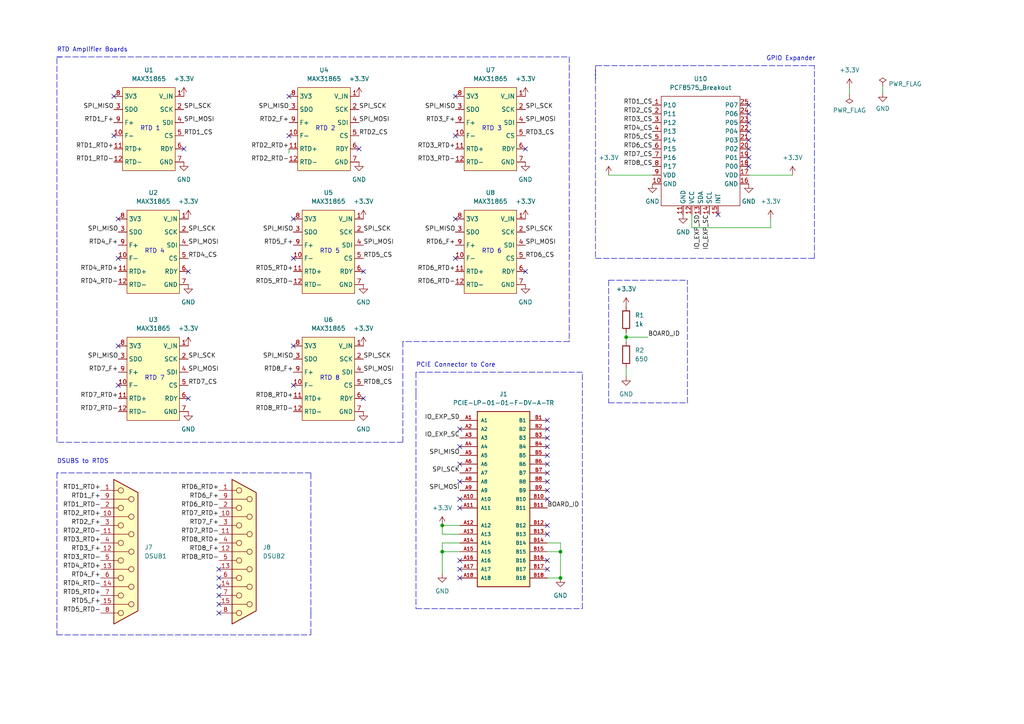
<source format=kicad_sch>
(kicad_sch (version 20211123) (generator eeschema)
  (paper "A4")
  (lib_symbols
    (symbol "+3.3V_1" (power) (pin_names (offset 0))
      (property "Value" "+3.3V_1" (at 0 3.556 0))
      (symbol "+3.3V_1_0_1"
        (polyline (pts (xy -0.762 1.27) (xy 0 2.54)))
        (polyline (pts (xy 0 0) (xy 0 2.54)))
        (polyline (pts (xy 0 2.54) (xy 0.762 1.27)))
      )
      (symbol "+3.3V_1_1_1"
        (pin power_in line (at 0 0 90) (length 0) hide (name "+3.3V") (number "1"))
      )
    )
    (symbol "+3.3V_2" (power) (pin_names (offset 0))
      (property "Value" "+3.3V_2" (at 0 3.556 0))
      (symbol "+3.3V_2_0_1"
        (polyline (pts (xy -0.762 1.27) (xy 0 2.54)))
        (polyline (pts (xy 0 0) (xy 0 2.54)))
        (polyline (pts (xy 0 2.54) (xy 0.762 1.27)))
      )
      (symbol "+3.3V_2_1_1"
        (pin power_in line (at 0 0 90) (length 0) hide (name "+3.3V") (number "1"))
      )
    )
    (symbol "Connector:DB15_Female" (pin_names (offset 1.016) hide)
      (property "Reference" "J" (at 0.508 21.59 0))
      (property "Value" "DB15_Female" (at 0 -22.225 0))
      (symbol "DB15_Female_0_1"
        (circle (center -1.778 -17.78) (radius 0.762))
        (circle (center -1.778 -12.7) (radius 0.762))
        (circle (center -1.778 -7.62) (radius 0.762))
        (circle (center -1.778 -2.54) (radius 0.762))
        (circle (center -1.778 2.54) (radius 0.762))
        (circle (center -1.778 7.62) (radius 0.762))
        (circle (center -1.778 12.7) (radius 0.762))
        (circle (center -1.778 17.78) (radius 0.762))
        (polyline (pts (xy -3.81 -17.78) (xy -2.54 -17.78)))
        (polyline (pts (xy -3.81 -15.24) (xy 0.508 -15.24)))
        (polyline (pts (xy -3.81 -12.7) (xy -2.54 -12.7)))
        (polyline (pts (xy -3.81 -10.16) (xy 0.508 -10.16)))
        (polyline (pts (xy -3.81 -7.62) (xy -2.54 -7.62)))
        (polyline (pts (xy -3.81 -5.08) (xy 0.508 -5.08)))
        (polyline (pts (xy -3.81 -2.54) (xy -2.54 -2.54)))
        (polyline (pts (xy -3.81 0) (xy 0.508 0)))
        (polyline (pts (xy -3.81 2.54) (xy -2.54 2.54)))
        (polyline (pts (xy -3.81 5.08) (xy 0.508 5.08)))
        (polyline (pts (xy -3.81 7.62) (xy -2.54 7.62)))
        (polyline (pts (xy -3.81 10.16) (xy 0.508 10.16)))
        (polyline (pts (xy -3.81 12.7) (xy -2.54 12.7)))
        (polyline (pts (xy -3.81 15.24) (xy 0.508 15.24)))
        (polyline (pts (xy -3.81 17.78) (xy -2.54 17.78)))
        (polyline (pts (xy -3.81 20.955) (xy 3.175 17.145) (xy 3.175 -17.145) (xy -3.81 -20.955) (xy -3.81 20.955)) (stroke (width 0.254)) (fill (type background)))
        (circle (center 1.27 -15.24) (radius 0.762))
        (circle (center 1.27 -10.16) (radius 0.762))
        (circle (center 1.27 -5.08) (radius 0.762))
        (circle (center 1.27 0) (radius 0.762))
        (circle (center 1.27 5.08) (radius 0.762))
        (circle (center 1.27 10.16) (radius 0.762))
        (circle (center 1.27 15.24) (radius 0.762))
      )
      (symbol "DB15_Female_1_1"
        (pin passive line (at -7.62 17.78 0) (length 3.81) (name "1") (number "1"))
        (pin passive line (at -7.62 10.16 0) (length 3.81) (name "P10") (number "10"))
        (pin passive line (at -7.62 5.08 0) (length 3.81) (name "P111") (number "11"))
        (pin passive line (at -7.62 0 0) (length 3.81) (name "P12") (number "12"))
        (pin passive line (at -7.62 -5.08 0) (length 3.81) (name "P13") (number "13"))
        (pin passive line (at -7.62 -10.16 0) (length 3.81) (name "P14") (number "14"))
        (pin passive line (at -7.62 -15.24 0) (length 3.81) (name "P15") (number "15"))
        (pin passive line (at -7.62 12.7 0) (length 3.81) (name "2") (number "2"))
        (pin passive line (at -7.62 7.62 0) (length 3.81) (name "3") (number "3"))
        (pin passive line (at -7.62 2.54 0) (length 3.81) (name "4") (number "4"))
        (pin passive line (at -7.62 -2.54 0) (length 3.81) (name "5") (number "5"))
        (pin passive line (at -7.62 -7.62 0) (length 3.81) (name "6") (number "6"))
        (pin passive line (at -7.62 -12.7 0) (length 3.81) (name "7") (number "7"))
        (pin passive line (at -7.62 -17.78 0) (length 3.81) (name "8") (number "8"))
        (pin passive line (at -7.62 15.24 0) (length 3.81) (name "P9") (number "9"))
      )
    )
    (symbol "Device:R" (pin_numbers hide) (pin_names (offset 0))
      (property "Reference" "R" (at 2.032 0 90))
      (property "Value" "R" (at 0 0 90))
      (symbol "R_0_1"
        (rectangle (start -1.016 -2.54) (end 1.016 2.54) (stroke (width 0.254)))
      )
      (symbol "R_1_1"
        (pin passive line (at 0 3.81 270) (length 1.27) (name "~") (number "1"))
        (pin passive line (at 0 -3.81 90) (length 1.27) (name "~") (number "2"))
      )
    )
    (symbol "MAX31865:MAX31865"
      (property "Reference" "U" (at 0 11.43 0))
      (property "Value" "MAX31865" (at 0 8.89 0))
      (symbol "MAX31865_0_1"
        (rectangle (start -6.35 6.35) (end 8.89 -17.78) (fill (type background)))
      )
      (symbol "MAX31865_1_1"
        (pin power_in line (at 11.43 3.81 180) (length 2.54) (name "V_IN") (number "1"))
        (pin input line (at -8.89 -7.62 0) (length 2.54) (name "F-") (number "10"))
        (pin input line (at -8.89 -11.43 0) (length 2.54) (name "RTD+") (number "11"))
        (pin input line (at -8.89 -15.24 0) (length 2.54) (name "RTD-") (number "12"))
        (pin input line (at 11.43 0 180) (length 2.54) (name "SCK") (number "2"))
        (pin output line (at -8.89 0 0) (length 2.54) (name "SDO") (number "3"))
        (pin input line (at 11.43 -3.81 180) (length 2.54) (name "SDI") (number "4"))
        (pin input line (at 11.43 -7.62 180) (length 2.54) (name "CS") (number "5"))
        (pin input line (at 11.43 -11.43 180) (length 2.54) (name "RDY") (number "6"))
        (pin power_in line (at 11.43 -15.24 180) (length 2.54) (name "GND") (number "7"))
        (pin power_out line (at -8.89 3.81 0) (length 2.54) (name "3V3") (number "8"))
        (pin input line (at -8.89 -3.81 0) (length 2.54) (name "F+") (number "9"))
      )
    )
    (symbol "MAX31865_1"
      (property "Reference" "U" (at 0 11.43 0))
      (property "Value" "MAX31865_1" (at 0 8.89 0))
      (symbol "MAX31865_1_0_1"
        (rectangle (start -6.35 6.35) (end 8.89 -17.78) (fill (type background)))
      )
      (symbol "MAX31865_1_1_1"
        (pin power_in line (at 11.43 3.81 180) (length 2.54) (name "V_IN") (number "1"))
        (pin input line (at -8.89 -7.62 0) (length 2.54) (name "F-") (number "10"))
        (pin input line (at -8.89 -11.43 0) (length 2.54) (name "RTD+") (number "11"))
        (pin input line (at -8.89 -15.24 0) (length 2.54) (name "RTD-") (number "12"))
        (pin input line (at 11.43 0 180) (length 2.54) (name "SCK") (number "2"))
        (pin input line (at -8.89 0 0) (length 2.54) (name "SDO") (number "3"))
        (pin input line (at 11.43 -3.81 180) (length 2.54) (name "SDI") (number "4"))
        (pin input line (at 11.43 -7.62 180) (length 2.54) (name "CS") (number "5"))
        (pin input line (at 11.43 -11.43 180) (length 2.54) (name "RDY") (number "6"))
        (pin power_in line (at 11.43 -15.24 180) (length 2.54) (name "GND") (number "7"))
        (pin power_out line (at -8.89 3.81 0) (length 2.54) (name "3V3") (number "8"))
        (pin input line (at -8.89 -3.81 0) (length 2.54) (name "F+") (number "9"))
      )
    )
    (symbol "MAX31865_2"
      (property "Reference" "U" (at 0 11.43 0))
      (property "Value" "MAX31865_2" (at 0 8.89 0))
      (symbol "MAX31865_2_0_1"
        (rectangle (start -6.35 6.35) (end 8.89 -17.78) (fill (type background)))
      )
      (symbol "MAX31865_2_1_1"
        (pin power_in line (at 11.43 3.81 180) (length 2.54) (name "V_IN") (number "1"))
        (pin input line (at -8.89 -7.62 0) (length 2.54) (name "F-") (number "10"))
        (pin input line (at -8.89 -11.43 0) (length 2.54) (name "RTD+") (number "11"))
        (pin input line (at -8.89 -15.24 0) (length 2.54) (name "RTD-") (number "12"))
        (pin input line (at 11.43 0 180) (length 2.54) (name "SCK") (number "2"))
        (pin input line (at -8.89 0 0) (length 2.54) (name "SDO") (number "3"))
        (pin input line (at 11.43 -3.81 180) (length 2.54) (name "SDI") (number "4"))
        (pin input line (at 11.43 -7.62 180) (length 2.54) (name "CS") (number "5"))
        (pin input line (at 11.43 -11.43 180) (length 2.54) (name "RDY") (number "6"))
        (pin power_in line (at 11.43 -15.24 180) (length 2.54) (name "GND") (number "7"))
        (pin power_out line (at -8.89 3.81 0) (length 2.54) (name "3V3") (number "8"))
        (pin input line (at -8.89 -3.81 0) (length 2.54) (name "F+") (number "9"))
      )
    )
    (symbol "PCF8575_Breakout:PCF8575_Breakout"
      (property "Reference" "U" (at 0 19.05 0))
      (property "Value" "PCF8575_Breakout" (at 0 16.51 0))
      (symbol "PCF8575_Breakout_0_1"
        (rectangle (start -11.43 13.97) (end 11.43 -17.78))
      )
      (symbol "PCF8575_Breakout_1_1"
        (pin bidirectional line (at -13.97 11.43 0) (length 2.54) (name "P10") (number "1"))
        (pin power_in line (at -13.97 -11.43 0) (length 2.54) (name "GND") (number "10"))
        (pin power_in line (at -5.08 -20.32 90) (length 2.54) (name "GND") (number "11"))
        (pin power_in line (at -2.54 -20.32 90) (length 2.54) (name "VCC") (number "12"))
        (pin bidirectional line (at 0 -20.32 90) (length 2.54) (name "SDA") (number "13"))
        (pin input line (at 2.54 -20.32 90) (length 2.54) (name "SCL") (number "14"))
        (pin output line (at 5.08 -20.32 90) (length 2.54) (name "INT") (number "15"))
        (pin power_in line (at 13.97 -11.43 180) (length 2.54) (name "GND") (number "16"))
        (pin power_in line (at 13.97 -8.89 180) (length 2.54) (name "VDD") (number "17"))
        (pin bidirectional line (at 13.97 -6.35 180) (length 2.54) (name "P00") (number "18"))
        (pin bidirectional line (at 13.97 -3.81 180) (length 2.54) (name "P01") (number "19"))
        (pin bidirectional line (at -13.97 8.89 0) (length 2.54) (name "P11") (number "2"))
        (pin bidirectional line (at 13.97 -1.27 180) (length 2.54) (name "P02") (number "20"))
        (pin bidirectional line (at 13.97 1.27 180) (length 2.54) (name "P03") (number "21"))
        (pin bidirectional line (at 13.97 3.81 180) (length 2.54) (name "P04") (number "22"))
        (pin bidirectional line (at 13.97 6.35 180) (length 2.54) (name "P05") (number "23"))
        (pin bidirectional line (at 13.97 8.89 180) (length 2.54) (name "P06") (number "24"))
        (pin bidirectional line (at 13.97 11.43 180) (length 2.54) (name "P07") (number "25"))
        (pin bidirectional line (at -13.97 6.35 0) (length 2.54) (name "P12") (number "3"))
        (pin bidirectional line (at -13.97 3.81 0) (length 2.54) (name "P13") (number "4"))
        (pin bidirectional line (at -13.97 1.27 0) (length 2.54) (name "P14") (number "5"))
        (pin bidirectional line (at -13.97 -1.27 0) (length 2.54) (name "P15") (number "6"))
        (pin bidirectional line (at -13.97 -3.81 0) (length 2.54) (name "P16") (number "7"))
        (pin bidirectional line (at -13.97 -6.35 0) (length 2.54) (name "P17") (number "8"))
        (pin power_in line (at -13.97 -8.89 0) (length 2.54) (name "VDD") (number "9"))
      )
    )
    (symbol "PCIE-LP-01-01-F-DV-A-TR:PCIE-LP-01-01-F-DV-A-TR" (pin_names (offset 1.016))
      (property "Reference" "J" (at -7.62 26.162 0))
      (property "Value" "PCIE-LP-01-01-F-DV-A-TR" (at -7.62 -26.67 0))
      (symbol "PCIE-LP-01-01-F-DV-A-TR_0_0"
        (rectangle (start -7.62 -25.4) (end 7.62 25.4) (stroke (width 0.254)) (fill (type background)))
        (pin passive line (at -12.7 22.86 0) (length 5.08) (name "A1") (number "A1"))
        (pin passive line (at -12.7 0 0) (length 5.08) (name "A10") (number "A10"))
        (pin passive line (at -12.7 -2.54 0) (length 5.08) (name "A11") (number "A11"))
        (pin passive line (at -12.7 -7.62 0) (length 5.08) (name "A12") (number "A12"))
        (pin passive line (at -12.7 -10.16 0) (length 5.08) (name "A13") (number "A13"))
        (pin passive line (at -12.7 -12.7 0) (length 5.08) (name "A14") (number "A14"))
        (pin passive line (at -12.7 -15.24 0) (length 5.08) (name "A15") (number "A15"))
        (pin passive line (at -12.7 -17.78 0) (length 5.08) (name "A16") (number "A16"))
        (pin passive line (at -12.7 -20.32 0) (length 5.08) (name "A17") (number "A17"))
        (pin passive line (at -12.7 -22.86 0) (length 5.08) (name "A18") (number "A18"))
        (pin passive line (at -12.7 20.32 0) (length 5.08) (name "A2") (number "A2"))
        (pin passive line (at -12.7 17.78 0) (length 5.08) (name "A3") (number "A3"))
        (pin passive line (at -12.7 15.24 0) (length 5.08) (name "A4") (number "A4"))
        (pin passive line (at -12.7 12.7 0) (length 5.08) (name "A5") (number "A5"))
        (pin passive line (at -12.7 10.16 0) (length 5.08) (name "A6") (number "A6"))
        (pin passive line (at -12.7 7.62 0) (length 5.08) (name "A7") (number "A7"))
        (pin passive line (at -12.7 5.08 0) (length 5.08) (name "A8") (number "A8"))
        (pin passive line (at -12.7 2.54 0) (length 5.08) (name "A9") (number "A9"))
        (pin passive line (at 12.7 22.86 180) (length 5.08) (name "B1") (number "B1"))
        (pin passive line (at 12.7 0 180) (length 5.08) (name "B10") (number "B10"))
        (pin passive line (at 12.7 -2.54 180) (length 5.08) (name "B11") (number "B11"))
        (pin passive line (at 12.7 -7.62 180) (length 5.08) (name "B12") (number "B12"))
        (pin passive line (at 12.7 -10.16 180) (length 5.08) (name "B13") (number "B13"))
        (pin passive line (at 12.7 -12.7 180) (length 5.08) (name "B14") (number "B14"))
        (pin passive line (at 12.7 -15.24 180) (length 5.08) (name "B15") (number "B15"))
        (pin passive line (at 12.7 -17.78 180) (length 5.08) (name "B16") (number "B16"))
        (pin passive line (at 12.7 -20.32 180) (length 5.08) (name "B17") (number "B17"))
        (pin passive line (at 12.7 -22.86 180) (length 5.08) (name "B18") (number "B18"))
        (pin passive line (at 12.7 20.32 180) (length 5.08) (name "B2") (number "B2"))
        (pin passive line (at 12.7 17.78 180) (length 5.08) (name "B3") (number "B3"))
        (pin passive line (at 12.7 15.24 180) (length 5.08) (name "B4") (number "B4"))
        (pin passive line (at 12.7 12.7 180) (length 5.08) (name "B5") (number "B5"))
        (pin passive line (at 12.7 10.16 180) (length 5.08) (name "B6") (number "B6"))
        (pin passive line (at 12.7 7.62 180) (length 5.08) (name "B7") (number "B7"))
        (pin passive line (at 12.7 5.08 180) (length 5.08) (name "B8") (number "B8"))
        (pin passive line (at 12.7 2.54 180) (length 5.08) (name "B9") (number "B9"))
      )
    )
    (symbol "power:+3.3V" (power) (pin_names (offset 0))
      (property "Value" "+3.3V" (at 0 3.556 0))
      (symbol "+3.3V_0_1"
        (polyline (pts (xy -0.762 1.27) (xy 0 2.54)))
        (polyline (pts (xy 0 0) (xy 0 2.54)))
        (polyline (pts (xy 0 2.54) (xy 0.762 1.27)))
      )
      (symbol "+3.3V_1_1"
        (pin power_in line (at 0 0 90) (length 0) hide (name "+3.3V") (number "1"))
      )
    )
    (symbol "power:GND" (power) (pin_names (offset 0))
      (property "Value" "GND" (at 0 -3.81 0))
      (symbol "GND_0_1"
        (polyline (pts (xy 0 0) (xy 0 -1.27) (xy 1.27 -1.27) (xy 0 -2.54) (xy -1.27 -1.27) (xy 0 -1.27)))
      )
      (symbol "GND_1_1"
        (pin power_in line (at 0 0 270) (length 0) hide (name "GND") (number "1"))
      )
    )
    (symbol "power:PWR_FLAG" (power) (pin_numbers hide) (pin_names (offset 0) hide)
      (property "Value" "PWR_FLAG" (at 0 3.81 0))
      (symbol "PWR_FLAG_0_0"
        (pin power_out line (at 0 0 90) (length 0) (name "pwr") (number "1"))
      )
      (symbol "PWR_FLAG_0_1"
        (polyline (pts (xy 0 0) (xy 0 1.27) (xy -1.016 1.905) (xy 0 2.54) (xy 1.016 1.905) (xy 0 1.27)))
      )
    )
  )
  (junction (at 128.27 160.02))
  (junction (at 128.27 152.4))
  (junction (at 162.56 160.02))
  (junction (at 162.56 167.64))
  (junction (at 181.61 97.79))
  (no_connect (at 53.34 43.18))
  (no_connect (at 158.75 132.08))
  (no_connect (at 208.28 62.23))
  (no_connect (at 85.09 74.93))
  (no_connect (at 133.35 129.54))
  (no_connect (at 132.08 74.93))
  (no_connect (at 152.4 78.74))
  (no_connect (at 158.75 154.94))
  (no_connect (at 33.02 39.37))
  (no_connect (at 132.08 27.94))
  (no_connect (at 158.75 165.1))
  (no_connect (at 158.75 127))
  (no_connect (at 63.5 175.26))
  (no_connect (at 63.5 165.1))
  (no_connect (at 158.75 134.62))
  (no_connect (at 158.75 137.16))
  (no_connect (at 158.75 142.24))
  (no_connect (at 33.02 27.94))
  (no_connect (at 34.29 63.5))
  (no_connect (at 132.08 63.5))
  (no_connect (at 63.5 172.72))
  (no_connect (at 85.09 100.33))
  (no_connect (at 34.29 100.33))
  (no_connect (at 34.29 111.76))
  (no_connect (at 132.08 39.37))
  (no_connect (at 54.61 78.74))
  (no_connect (at 133.35 144.78))
  (no_connect (at 133.35 147.32))
  (no_connect (at 133.35 162.56))
  (no_connect (at 133.35 165.1))
  (no_connect (at 133.35 167.64))
  (no_connect (at 63.5 177.8))
  (no_connect (at 158.75 124.46))
  (no_connect (at 158.75 129.54))
  (no_connect (at 85.09 63.5))
  (no_connect (at 158.75 121.92))
  (no_connect (at 54.61 115.57))
  (no_connect (at 63.5 170.18))
  (no_connect (at 152.4 43.18))
  (no_connect (at 34.29 74.93))
  (no_connect (at 133.35 139.7))
  (no_connect (at 217.17 38.1))
  (no_connect (at 105.41 115.57))
  (no_connect (at 83.82 27.94))
  (no_connect (at 217.17 43.18))
  (no_connect (at 217.17 30.48))
  (no_connect (at 217.17 40.64))
  (no_connect (at 217.17 33.02))
  (no_connect (at 85.09 111.76))
  (no_connect (at 63.5 167.64))
  (no_connect (at 158.75 139.7))
  (no_connect (at 133.35 134.62))
  (no_connect (at 158.75 152.4))
  (no_connect (at 217.17 45.72))
  (no_connect (at 217.17 48.26))
  (no_connect (at 217.17 35.56))
  (no_connect (at 133.35 124.46))
  (no_connect (at 83.82 39.37))
  (no_connect (at 158.75 144.78))
  (no_connect (at 105.41 78.74))
  (no_connect (at 158.75 162.56))
  (no_connect (at 104.14 43.18))
  (wire (pts (xy 246.38 25.4) (xy 246.38 27.432)))
  (polyline (pts (xy 90.17 137.16) (xy 16.51 137.16)))
  (wire (pts (xy 158.75 160.02) (xy 162.56 160.02)))
  (polyline (pts (xy 172.72 74.93) (xy 236.22 74.93)))
  (wire (pts (xy 162.56 157.48) (xy 162.56 160.02)))
  (wire (pts (xy 181.61 106.68) (xy 181.61 109.22)))
  (wire (pts (xy 217.17 50.8) (xy 229.87 50.8)))
  (polyline (pts (xy 168.91 107.95) (xy 120.65 107.95)))
  (wire (pts (xy 223.52 66.04) (xy 223.52 63.5)))
  (wire (pts (xy 128.27 152.4) (xy 133.35 152.4)))
  (polyline (pts (xy 16.51 137.16) (xy 16.51 184.15)))
  (polyline (pts (xy 165.1 16.51) (xy 165.1 99.06)))
  (wire (pts (xy 128.27 160.02) (xy 133.35 160.02)))
  (polyline (pts (xy 172.72 19.05) (xy 172.72 22.86)))
  (wire (pts (xy 200.66 62.23) (xy 200.66 66.04)))
  (wire (pts (xy 133.35 157.48) (xy 128.27 157.48)))
  (wire (pts (xy 181.61 97.79) (xy 181.61 99.06)))
  (polyline (pts (xy 90.17 177.8) (xy 90.17 184.15)))
  (polyline (pts (xy 16.51 16.51) (xy 17.78 16.51)))
  (wire (pts (xy 200.66 66.04) (xy 223.52 66.04)))
  (wire (pts (xy 162.56 160.02) (xy 162.56 167.64)))
  (polyline (pts (xy 16.51 128.27) (xy 16.51 16.51)))
  (polyline (pts (xy 116.84 99.06) (xy 116.84 128.27)))
  (polyline (pts (xy 176.53 81.28) (xy 176.53 116.84)))
  (polyline (pts (xy 165.1 99.06) (xy 116.84 99.06)))
  (wire (pts (xy 83.82 44.45) (xy 83.82 43.18)))
  (wire (pts (xy 158.75 157.48) (xy 162.56 157.48)))
  (polyline (pts (xy 120.65 114.3) (xy 120.65 176.53)))
  (wire (pts (xy 176.53 50.8) (xy 189.23 50.8)))
  (polyline (pts (xy 199.39 116.84) (xy 199.39 81.28)))
  (wire (pts (xy 181.61 96.52) (xy 181.61 97.79)))
  (polyline (pts (xy 236.22 19.05) (xy 172.72 19.05)))
  (wire (pts (xy 181.61 97.79) (xy 187.96 97.79)))
  (polyline (pts (xy 116.84 128.27) (xy 16.51 128.27)))
  (polyline (pts (xy 176.53 81.28) (xy 199.39 81.28)))
  (polyline (pts (xy 168.91 176.53) (xy 168.91 107.95)))
  (wire (pts (xy 128.27 154.94) (xy 133.35 154.94)))
  (polyline (pts (xy 172.72 20.32) (xy 172.72 74.93)))
  (wire (pts (xy 128.27 157.48) (xy 128.27 160.02)))
  (wire (pts (xy 128.27 160.02) (xy 128.27 166.37)))
  (polyline (pts (xy 16.51 16.51) (xy 165.1 16.51)))
  (wire (pts (xy 256.032 25.146) (xy 256.032 26.924)))
  (polyline (pts (xy 120.65 176.53) (xy 168.91 176.53)))
  (polyline (pts (xy 120.65 107.95) (xy 120.65 114.3)))
  (polyline (pts (xy 90.17 177.8) (xy 90.17 137.16)))
  (polyline (pts (xy 236.22 74.93) (xy 236.22 19.05)))
  (polyline (pts (xy 176.53 116.84) (xy 199.39 116.84)))
  (wire (pts (xy 128.27 152.4) (xy 128.27 154.94)))
  (polyline (pts (xy 16.51 184.15) (xy 90.17 184.15)))
  (wire (pts (xy 158.75 167.64) (xy 162.56 167.64)))
  (text "DSUBS to RTDS\n" (at 16.51 134.62 0) (effects (font (size 1.27 1.27)) (justify left bottom)))
  (text "RTD 7\n" (at 41.91 110.49 0) (effects (font (size 1.27 1.27)) (justify left bottom)))
  (text "RTD 2\n" (at 91.44 38.1 0) (effects (font (size 1.27 1.27)) (justify left bottom)))
  (text "GPIO Expander" (at 222.25 17.78 0) (effects (font (size 1.27 1.27)) (justify left bottom)))
  (text "RTD 5\n" (at 92.71 73.66 0) (effects (font (size 1.27 1.27)) (justify left bottom)))
  (text "RTD 3\n" (at 139.7 38.1 0) (effects (font (size 1.27 1.27)) (justify left bottom)))
  (text "PCIE Connector to Core\n" (at 120.65 106.68 0) (effects (font (size 1.27 1.27)) (justify left bottom)))
  (text "RTD Amplifier Boards" (at 16.51 15.24 0) (effects (font (size 1.27 1.27)) (justify left bottom)))
  (text "RTD 8\n" (at 92.71 110.49 0) (effects (font (size 1.27 1.27)) (justify left bottom)))
  (text "RTD 4\n" (at 41.91 73.66 0) (effects (font (size 1.27 1.27)) (justify left bottom)))
  (text "RTD 1" (at 40.64 38.1 0) (effects (font (size 1.27 1.27)) (justify left bottom)))
  (text "RTD 6\n" (at 139.7 73.66 0) (effects (font (size 1.27 1.27)) (justify left bottom)))
  (label "RTD3_RTD-" (at 29.21 162.56 180))
  (label "RTD8_RTD-" (at 63.5 162.56 180))
  (label "RTD6_CS" (at 189.23 43.18 180))
  (label "BOARD_ID" (at 187.96 97.79 0))
  (label "SPI_SCK" (at 152.4 31.75 0))
  (label "SPI_MISO" (at 85.09 104.14 180))
  (label "RTD6_RTD-" (at 63.5 147.32 180))
  (label "SPI_MISO" (at 34.29 67.31 180))
  (label "SPI_MISO" (at 83.82 31.75 180))
  (label "SPI_SCK" (at 105.41 67.31 0))
  (label "RTD1_F+" (at 33.02 35.56 180))
  (label "RTD2_RTD-" (at 29.21 154.94 180))
  (label "RTD1_F+" (at 29.21 144.78 180))
  (label "RTD8_RTD+" (at 85.09 115.57 180))
  (label "SPI_MOSI" (at 105.41 107.95 0))
  (label "RTD3_RTD+" (at 29.21 157.48 180))
  (label "SPI_MOSI" (at 105.41 71.12 0))
  (label "RTD2_CS" (at 104.14 39.37 0))
  (label "RTD5_F+" (at 85.09 71.12 180))
  (label "RTD3_F+" (at 132.08 35.56 180))
  (label "RTD6_CS" (at 152.4 74.93 0))
  (label "RTD3_F+" (at 29.21 160.02 180))
  (label "RTD7_RTD+" (at 34.29 115.57 180))
  (label "RTD1_CS" (at 53.34 39.37 0))
  (label "SPI_MOSI" (at 54.61 71.12 0))
  (label "RTD5_RTD+" (at 29.21 172.72 180))
  (label "RTD2_F+" (at 29.21 152.4 180))
  (label "RTD4_RTD+" (at 29.21 165.1 180))
  (label "RTD4_CS" (at 189.23 38.1 180))
  (label "RTD5_RTD+" (at 85.09 78.74 180))
  (label "RTD6_RTD-" (at 132.08 82.55 180))
  (label "RTD1_CS" (at 189.23 30.48 180))
  (label "RTD3_CS" (at 152.4 39.37 0))
  (label "RTD5_RTD-" (at 85.09 82.55 180))
  (label "RTD6_F+" (at 63.5 144.78 180))
  (label "SPI_MISO" (at 85.09 67.31 180))
  (label "SPI_MOSI" (at 104.14 35.56 0))
  (label "RTD4_F+" (at 29.21 167.64 180))
  (label "SPI_SCK" (at 104.14 31.75 0))
  (label "SPI_MISO" (at 34.29 104.14 180))
  (label "SPI_MISO" (at 132.08 31.75 180))
  (label "RTD7_CS" (at 54.61 111.76 0))
  (label "RTD8_RTD+" (at 63.5 157.48 180))
  (label "SPI_MOSI" (at 152.4 71.12 0))
  (label "SPI_MISO" (at 132.08 67.31 180))
  (label "RTD2_F+" (at 83.82 35.56 180))
  (label "RTD8_CS" (at 105.41 111.76 0))
  (label "RTD7_CS" (at 189.23 45.72 180))
  (label "RTD5_CS" (at 189.23 40.64 180))
  (label "RTD4_RTD+" (at 34.29 78.74 180))
  (label "RTD8_F+" (at 85.09 107.95 180))
  (label "SPI_MOSI" (at 133.35 142.24 180))
  (label "RTD3_RTD+" (at 132.08 43.18 180))
  (label "RTD4_CS" (at 54.61 74.93 0))
  (label "RTD7_F+" (at 34.29 107.95 180))
  (label "SPI_SCK" (at 105.41 104.14 0))
  (label "RTD6_RTD+" (at 132.08 78.74 180))
  (label "IO_EXP_SC" (at 205.74 62.23 270))
  (label "RTD4_RTD-" (at 34.29 82.55 180))
  (label "RTD1_RTD+" (at 29.21 142.24 180))
  (label "RTD5_RTD-" (at 29.21 177.8 180))
  (label "RTD8_CS" (at 189.23 48.26 180))
  (label "IO_EXP_SD" (at 203.2 62.23 270))
  (label "IO_EXP_SD" (at 133.35 121.92 180))
  (label "RTD2_RTD+" (at 29.21 149.86 180))
  (label "RTD4_F+" (at 34.29 71.12 180))
  (label "RTD1_RTD+" (at 33.02 43.18 180))
  (label "SPI_SCK" (at 53.34 31.75 0))
  (label "RTD8_RTD-" (at 85.09 119.38 180))
  (label "SPI_SCK" (at 133.35 137.16 180))
  (label "RTD8_F+" (at 63.5 160.02 180))
  (label "RTD2_RTD-" (at 83.82 46.99 180))
  (label "SPI_MOSI" (at 53.34 35.56 0))
  (label "RTD7_F+" (at 63.5 152.4 180))
  (label "SPI_SCK" (at 54.61 104.14 0))
  (label "RTD5_F+" (at 29.21 175.26 180))
  (label "RTD7_RTD-" (at 63.5 154.94 180))
  (label "SPI_SCK" (at 54.61 67.31 0))
  (label "RTD3_RTD-" (at 132.08 46.99 180))
  (label "SPI_MOSI" (at 152.4 35.56 0))
  (label "RTD2_CS" (at 189.23 33.02 180))
  (label "SPI_SCK" (at 152.4 67.31 0))
  (label "RTD4_RTD-" (at 29.21 170.18 180))
  (label "RTD1_RTD-" (at 33.02 46.99 180))
  (label "RTD7_RTD+" (at 63.5 149.86 180))
  (label "RTD7_RTD-" (at 34.29 119.38 180))
  (label "SPI_MOSI" (at 54.61 107.95 0))
  (label "RTD3_CS" (at 189.23 35.56 180))
  (label "BOARD_ID" (at 158.75 147.32 0))
  (label "RTD2_RTD+" (at 83.82 43.18 180))
  (label "SPI_MISO" (at 33.02 31.75 180))
  (label "IO_EXP_SC" (at 133.35 127 180))
  (label "RTD6_F+" (at 132.08 71.12 180))
  (label "RTD6_RTD+" (at 63.5 142.24 180))
  (label "RTD5_CS" (at 105.41 74.93 0))
  (label "SPI_MISO" (at 133.35 132.08 180))
  (label "RTD1_RTD-" (at 29.21 147.32 180))
  (symbol (lib_id "power:PWR_FLAG") (at 246.38 27.432 180) (unit 1)
    (property "Reference" "#FLG01" (effects hide))
    (property "Value" "PWR_FLAG" (at 246.38 31.9945 0))
  )
  (symbol (lib_name "+3.3V_1") (lib_id "power:+3.3V") (at 152.4 27.94 0) (unit 1)
    (property "Reference" "#PWR0110" (effects hide))
    (property "Value" "+3.3V" (at 152.4 22.86 0))
  )
  (symbol (lib_name "MAX31865_2") (lib_id "MAX31865:MAX31865") (at 140.97 31.75 0) (unit 1)
    (property "Reference" "U7" (at 142.24 20.32 0))
    (property "Value" "MAX31865" (at 142.24 22.86 0))
    (property "Footprint" "MAX31865_Breakout:MAX31865_Breakout" (effects hide))
  )
  (symbol (lib_id "power:+3.3V") (at 128.27 152.4 0) (unit 1)
    (property "Reference" "#PWR02" (effects hide))
    (property "Value" "+3.3V" (at 128.27 147.32 0))
  )
  (symbol (lib_name "MAX31865_2") (lib_id "MAX31865:MAX31865") (at 43.18 104.14 0) (unit 1)
    (property "Reference" "U3" (at 44.45 92.71 0))
    (property "Value" "MAX31865" (at 44.45 95.25 0))
    (property "Footprint" "MAX31865_Breakout:MAX31865_Breakout" (effects hide))
  )
  (symbol (lib_name "+3.3V_1") (lib_id "power:+3.3V") (at 54.61 63.5 0) (unit 1)
    (property "Reference" "#PWR0104" (effects hide))
    (property "Value" "+3.3V" (at 54.61 58.42 0))
  )
  (symbol (lib_id "Connector:DB15_Female") (at 71.12 160.02 0) (unit 1)
    (property "Reference" "J8" (at 76.2 158.7499 0) (effects (justify left)))
    (property "Value" "DSUB2" (at 76.2 161.2899 0) (effects (justify left)))
    (property "Footprint" "DSUB_622-015-260-042:DSUB_622-015-260-042" (effects hide))
    (property "Datasheet" " ~" (effects hide))
  )
  (symbol (lib_name "MAX31865_2") (lib_id "MAX31865:MAX31865") (at 140.97 67.31 0) (unit 1)
    (property "Reference" "U8" (at 142.24 55.88 0))
    (property "Value" "MAX31865" (at 142.24 58.42 0))
    (property "Footprint" "MAX31865_Breakout:MAX31865_Breakout" (effects hide))
  )
  (symbol (lib_id "Device:R") (at 181.61 92.71 0) (unit 1)
    (property "Reference" "R1" (at 184.15 91.4399 0) (effects (justify left)))
    (property "Value" "1k" (at 184.15 93.9799 0) (effects (justify left)))
    (property "Footprint" "Resistor_SMD:R_0603_1608Metric" (effects hide))
  )
  (symbol (lib_id "PCIE-LP-01-01-F-DV-A-TR:PCIE-LP-01-01-F-DV-A-TR") (at 146.05 144.78 0) (unit 1)
    (property "Reference" "J1" (at 146.05 114.3 0))
    (property "Value" "PCIE-LP-01-01-F-DV-A-TR" (at 146.05 116.84 0))
    (property "Footprint" "Connector_PCBEdge:BUS_PCIexpress_x1" (effects hide))
    (property "MAXIMUM_PACKAGE_HEIGHT" "8.13mm" (effects hide))
    (property "STANDARD" "Manufacturer Recommendations" (effects hide))
    (property "PARTREV" "B" (effects hide))
    (property "MANUFACTURER" "Samtec" (effects hide))
  )
  (symbol (lib_name "+3.3V_1") (lib_id "power:+3.3V") (at 223.52 63.5 0) (unit 1)
    (property "Reference" "#PWR0113" (effects hide))
    (property "Value" "+3.3V" (at 223.52 58.42 0))
  )
  (symbol (lib_id "MAX31865:MAX31865") (at 92.71 31.75 0) (unit 1)
    (property "Reference" "U4" (at 93.98 20.32 0))
    (property "Value" "MAX31865" (at 93.98 22.86 0))
    (property "Footprint" "MAX31865_Breakout:MAX31865_Breakout" (effects hide))
  )
  (symbol (lib_name "+3.3V_1") (lib_id "power:+3.3V") (at 104.14 27.94 0) (unit 1)
    (property "Reference" "#PWR0103" (effects hide))
    (property "Value" "+3.3V" (at 104.14 22.86 0))
  )
  (symbol (lib_id "power:GND") (at 53.34 46.99 0) (unit 1)
    (property "Reference" "#PWR04" (effects hide))
    (property "Value" "GND" (at 53.34 52.07 0))
  )
  (symbol (lib_name "+3.3V_2") (lib_id "power:+3.3V") (at 176.53 50.8 0) (unit 1)
    (property "Reference" "#PWR0112" (effects hide))
    (property "Value" "+3.3V" (at 176.53 45.72 0))
  )
  (symbol (lib_name "+3.3V_1") (lib_id "power:+3.3V") (at 246.38 25.4 0) (unit 1)
    (property "Reference" "#PWR0115" (effects hide))
    (property "Value" "+3.3V" (at 246.38 20.32 0))
  )
  (symbol (lib_id "power:GND") (at 105.41 119.38 0) (unit 1)
    (property "Reference" "#PWR014" (effects hide))
    (property "Value" "GND" (at 105.41 124.46 0))
  )
  (symbol (lib_name "+3.3V_1") (lib_id "power:+3.3V") (at 152.4 63.5 0) (unit 1)
    (property "Reference" "#PWR0111" (effects hide))
    (property "Value" "+3.3V" (at 152.4 58.42 0))
  )
  (symbol (lib_id "power:GND") (at 152.4 82.55 0) (unit 1)
    (property "Reference" "#PWR020" (effects hide))
    (property "Value" "GND" (at 152.4 87.63 0))
  )
  (symbol (lib_name "MAX31865_2") (lib_id "MAX31865:MAX31865") (at 43.18 67.31 0) (unit 1)
    (property "Reference" "U2" (at 44.45 55.88 0))
    (property "Value" "MAX31865" (at 44.45 58.42 0))
    (property "Footprint" "MAX31865_Breakout:MAX31865_Breakout" (effects hide))
  )
  (symbol (lib_name "MAX31865_1") (lib_id "MAX31865:MAX31865") (at 41.91 31.75 0) (unit 1)
    (property "Reference" "U1" (at 43.18 20.32 0))
    (property "Value" "MAX31865" (at 43.18 22.86 0))
    (property "Footprint" "MAX31865_Breakout:MAX31865_Breakout" (effects hide))
  )
  (symbol (lib_id "power:GND") (at 54.61 82.55 0) (unit 1)
    (property "Reference" "#PWR06" (effects hide))
    (property "Value" "GND" (at 54.61 87.63 0))
  )
  (symbol (lib_id "power:GND") (at 152.4 46.99 0) (unit 1)
    (property "Reference" "#PWR018" (effects hide))
    (property "Value" "GND" (at 152.4 52.07 0))
  )
  (symbol (lib_id "power:GND") (at 189.23 53.34 0) (unit 1)
    (property "Reference" "#PWR022" (effects hide))
    (property "Value" "GND" (at 189.23 58.42 0))
  )
  (symbol (lib_id "power:GND") (at 128.27 166.37 0) (unit 1)
    (property "Reference" "#PWR03" (effects hide))
    (property "Value" "GND" (at 128.27 171.45 0))
  )
  (symbol (lib_id "power:GND") (at 54.61 119.38 0) (unit 1)
    (property "Reference" "#PWR08" (effects hide))
    (property "Value" "GND" (at 54.61 124.46 0))
  )
  (symbol (lib_id "power:GND") (at 198.12 62.23 0) (unit 1)
    (property "Reference" "#PWR024" (effects hide))
    (property "Value" "GND" (at 198.12 67.31 0))
  )
  (symbol (lib_name "+3.3V_1") (lib_id "power:+3.3V") (at 53.34 27.94 0) (unit 1)
    (property "Reference" "#PWR0102" (effects hide))
    (property "Value" "+3.3V" (at 53.34 22.86 0))
  )
  (symbol (lib_id "power:GND") (at 217.17 53.34 0) (unit 1)
    (property "Reference" "#PWR028" (effects hide))
    (property "Value" "GND" (at 217.17 58.42 0))
  )
  (symbol (lib_name "MAX31865_2") (lib_id "MAX31865:MAX31865") (at 93.98 104.14 0) (unit 1)
    (property "Reference" "U6" (at 95.25 92.71 0))
    (property "Value" "MAX31865" (at 95.25 95.25 0))
    (property "Footprint" "MAX31865_Breakout:MAX31865_Breakout" (effects hide))
  )
  (symbol (lib_id "Device:R") (at 181.61 102.87 0) (unit 1)
    (property "Reference" "R2" (at 184.15 101.5999 0) (effects (justify left)))
    (property "Value" "650" (at 184.15 104.1399 0) (effects (justify left)))
    (property "Footprint" "Resistor_SMD:R_0603_1608Metric" (effects hide))
  )
  (symbol (lib_id "power:GND") (at 105.41 82.55 0) (unit 1)
    (property "Reference" "#PWR012" (effects hide))
    (property "Value" "GND" (at 105.41 87.63 0))
  )
  (symbol (lib_name "MAX31865_2") (lib_id "MAX31865:MAX31865") (at 93.98 67.31 0) (unit 1)
    (property "Reference" "U5" (at 95.25 55.88 0))
    (property "Value" "MAX31865" (at 95.25 58.42 0))
    (property "Footprint" "MAX31865_Breakout:MAX31865_Breakout" (effects hide))
  )
  (symbol (lib_id "power:GND") (at 256.032 26.924 0) (unit 1)
    (property "Reference" "#PWR027" (effects hide))
    (property "Value" "GND" (at 256.032 31.4865 0))
  )
  (symbol (lib_name "+3.3V_1") (lib_id "power:+3.3V") (at 105.41 100.33 0) (unit 1)
    (property "Reference" "#PWR0106" (effects hide))
    (property "Value" "+3.3V" (at 105.41 95.25 0))
  )
  (symbol (lib_name "+3.3V_1") (lib_id "power:+3.3V") (at 229.87 50.8 0) (unit 1)
    (property "Reference" "#PWR0114" (effects hide))
    (property "Value" "+3.3V" (at 229.87 45.72 0))
  )
  (symbol (lib_name "+3.3V_1") (lib_id "power:+3.3V") (at 105.41 63.5 0) (unit 1)
    (property "Reference" "#PWR0101" (effects hide))
    (property "Value" "+3.3V" (at 105.41 58.42 0))
  )
  (symbol (lib_id "PCF8575_Breakout:PCF8575_Breakout") (at 203.2 41.91 0) (unit 1)
    (property "Reference" "U10" (at 203.2 22.86 0))
    (property "Value" "PCF8575_Breakout" (at 203.2 25.4 0))
    (property "Footprint" "PCF8575_Breakout:PCF8575_Breakout" (effects hide))
  )
  (symbol (lib_name "+3.3V_2") (lib_id "power:+3.3V") (at 181.61 88.9 0) (unit 1)
    (property "Reference" "#PWR05" (effects hide))
    (property "Value" "+3.3V" (at 181.61 83.82 0))
  )
  (symbol (lib_id "power:PWR_FLAG") (at 256.032 25.146 0) (unit 1)
    (property "Reference" "#FLG02" (effects hide))
    (property "Value" "PWR_FLAG" (at 257.683 24.355 0) (effects (justify left)))
  )
  (symbol (lib_id "Connector:DB15_Female") (at 36.83 160.02 0) (unit 1)
    (property "Reference" "J7" (at 41.91 158.7499 0) (effects (justify left)))
    (property "Value" "DSUB1" (at 41.91 161.2899 0) (effects (justify left)))
    (property "Footprint" "DSUB_622-015-260-042:DSUB_622-015-260-042" (effects hide))
    (property "Datasheet" " ~" (effects hide))
  )
  (symbol (lib_id "power:GND") (at 162.56 167.64 0) (unit 1)
    (property "Reference" "#PWR01" (effects hide))
    (property "Value" "GND" (at 162.56 172.72 0))
  )
  (symbol (lib_id "power:GND") (at 181.61 109.22 0) (unit 1)
    (property "Reference" "#PWR07" (effects hide))
    (property "Value" "GND" (at 181.61 114.3 0))
  )
  (symbol (lib_id "power:GND") (at 104.14 46.99 0) (unit 1)
    (property "Reference" "#PWR010" (effects hide))
    (property "Value" "GND" (at 104.14 52.07 0))
  )
  (symbol (lib_name "+3.3V_1") (lib_id "power:+3.3V") (at 54.61 100.33 0) (unit 1)
    (property "Reference" "#PWR0105" (effects hide))
    (property "Value" "+3.3V" (at 54.61 95.25 0))
  )
)
</source>
